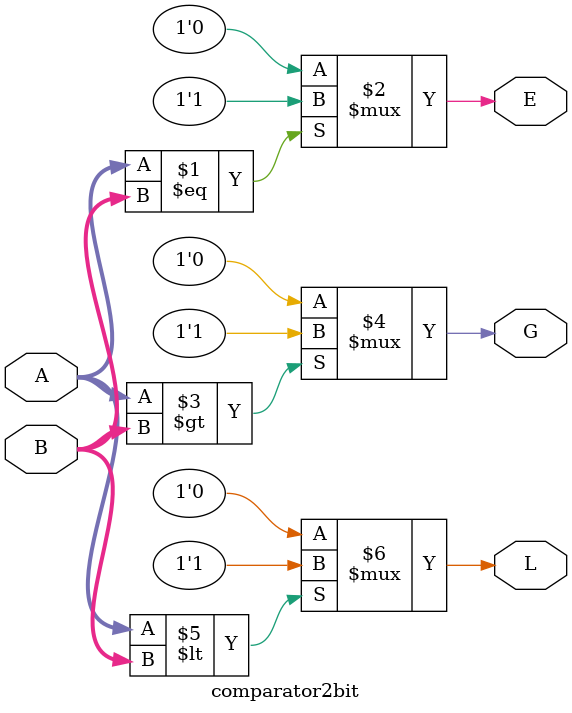
<source format=sv>
module comparator2bit(A,B,E,G,L);
 input [1:0]A,B; // Declare 2-bit input ports A and B
 output E,G,L; // Declare output ports: E for Equal, G for Greater, L for Less
 assign E=(A==B)?1'b1:1'b0; // If A is equal to B, set E to 1 (true), else 0 (false)
 assign G=(A>B)?1'b1:1'b0; // If A is greater than B, set G to 1 (true), else 0 (false)
 assign L=(A<B)?1'b1:1'b0; // If A is less than B, set L to 1 (true), else 0 (false)
endmodule
</source>
